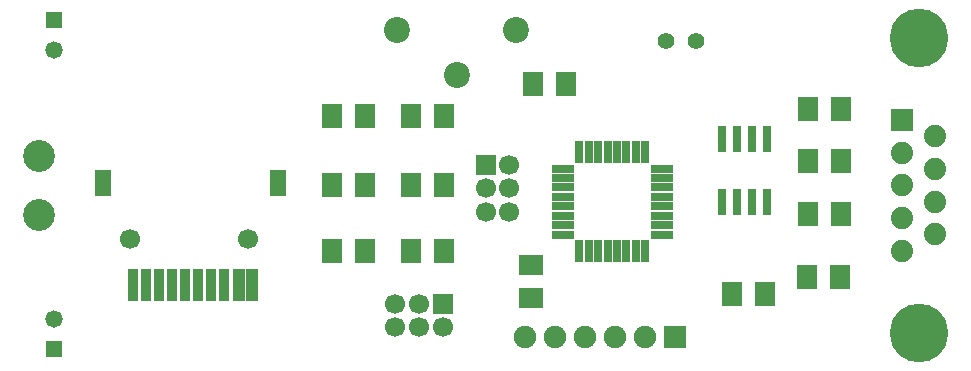
<source format=gbr>
G04 DipTrace 2.4.0.2*
%INÍèæíÿÿìàñêà.gbr*%
%MOIN*%
%ADD22R,0.0669X0.0669*%
%ADD23C,0.0669*%
%ADD48C,0.0669*%
%ADD59C,0.0559*%
%ADD67R,0.0748X0.0276*%
%ADD69R,0.0276X0.0748*%
%ADD73R,0.0315X0.0866*%
%ADD77R,0.0551X0.0866*%
%ADD79R,0.0413X0.1063*%
%ADD81R,0.0354X0.1063*%
%ADD85C,0.1063*%
%ADD87C,0.1953*%
%ADD89C,0.0744*%
%ADD91R,0.0744X0.0744*%
%ADD93C,0.0748*%
%ADD94R,0.0748X0.0748*%
%ADD95R,0.0579X0.0579*%
%ADD97C,0.0579*%
%ADD100R,0.0709X0.0787*%
%ADD102R,0.0787X0.0709*%
%ADD104C,0.0866*%
%FSLAX44Y44*%
G04*
G70*
G90*
G75*
G01*
%LNBotMask*%
%LPD*%
D104*
X17703Y15562D3*
X21640D3*
X19672Y14066D3*
D100*
X28840Y6761D3*
X29942D3*
X23328Y13750D3*
X22226D3*
D102*
X22141Y6625D3*
Y7727D3*
D100*
X31391Y12937D3*
X32493D3*
D97*
X6266Y5937D3*
D95*
Y4937D3*
D97*
Y14875D3*
D95*
Y15875D3*
D94*
X26956Y5312D3*
D93*
X25956D3*
X24956D3*
X23956D3*
X22956D3*
X21956D3*
D91*
X34516Y12562D3*
D89*
Y11471D3*
Y10381D3*
Y9290D3*
Y8200D3*
X35634Y12017D3*
Y10926D3*
Y9835D3*
Y8745D3*
D87*
X35075Y15300D3*
Y5461D3*
D85*
X5756Y9394D3*
Y11362D3*
D22*
X19205Y6437D3*
D23*
X18417D3*
X17630D3*
Y5650D3*
X18417D3*
X19205D3*
D22*
X20641Y11062D3*
D23*
Y10275D3*
Y9487D3*
X21428D3*
Y10275D3*
Y11062D3*
D81*
X8891Y7062D3*
X9324D3*
X9757D3*
X10190D3*
X10623D3*
X11056D3*
X11489D3*
D3*
X11922D3*
D79*
X12414D3*
X12869D3*
D77*
X7900Y10468D3*
X13733D3*
D48*
X8792Y8578D3*
X12729D3*
D100*
X32453Y7312D3*
X31351D3*
X31391Y11187D3*
X32493D3*
X31391Y9437D3*
X32493D3*
X19266Y10375D3*
X18163D3*
X15516D3*
X16618D3*
X19266Y12687D3*
X18163D3*
X15516D3*
X16618D3*
X19266Y8187D3*
X18163D3*
X15516D3*
X16618D3*
D73*
X28516Y11937D3*
X29016D3*
X29516D3*
X30016D3*
Y9811D3*
X29516D3*
X29016D3*
X28516D3*
D69*
X25965Y8181D3*
X25650D3*
X25335D3*
X25020D3*
X24705D3*
X24390D3*
X24075D3*
X23760D3*
D67*
X23209Y8732D3*
Y9047D3*
Y9362D3*
Y9677D3*
Y9992D3*
Y10307D3*
Y10622D3*
Y10937D3*
D69*
X23760Y11488D3*
X24075D3*
X24390D3*
X24705D3*
X25020D3*
X25335D3*
X25650D3*
X25965D3*
D67*
X26516Y10937D3*
Y10622D3*
Y10307D3*
Y9992D3*
Y9677D3*
Y9362D3*
Y9047D3*
Y8732D3*
D59*
X27641Y15187D3*
X26641D3*
M02*

</source>
